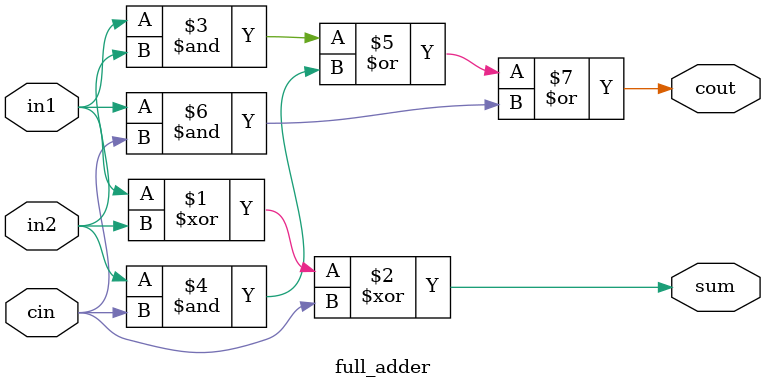
<source format=v>
module full_adder (
    in1,in2,cin,sum,cout
);
    
input in1,in2,cin;
output sum,cout;

assign sum = in1 ^ in2 ^ cin;
assign cout = (in1 & in2) | (in2 & cin) | (in1 & cin);
endmodule
</source>
